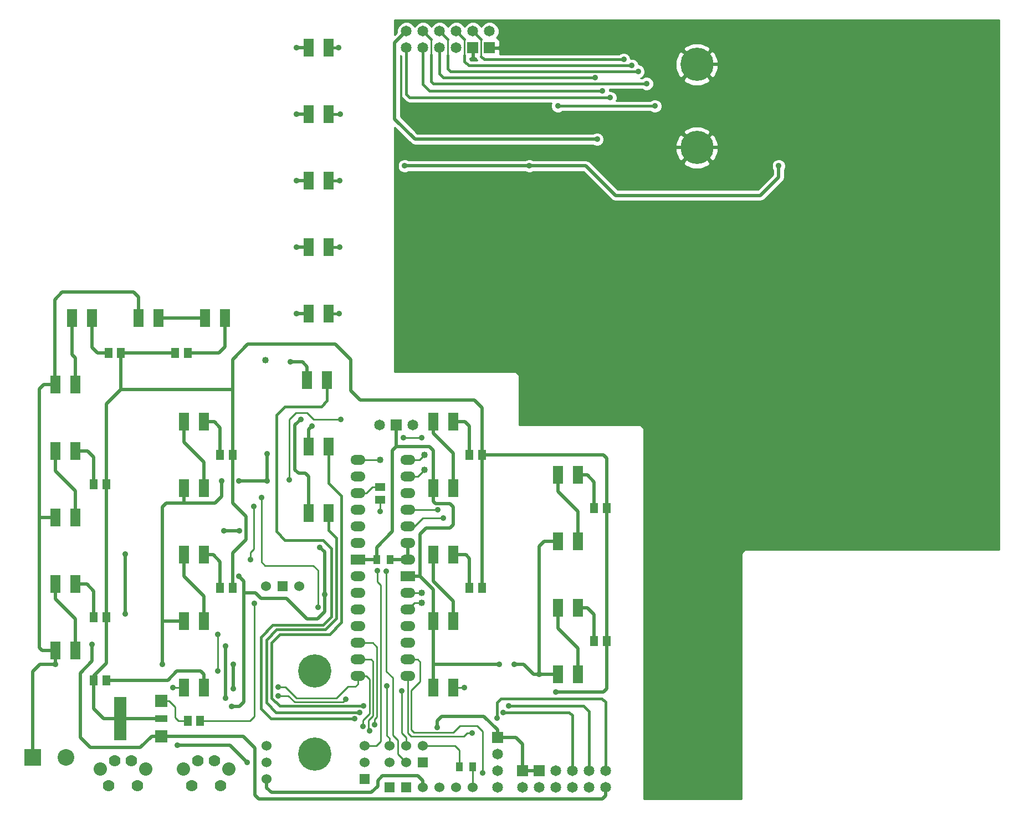
<source format=gtl>
G04 (created by PCBNEW-RS274X (2011-12-28 BZR 3254)-stable) date 7/17/2012 5:32:20 PM*
G01*
G70*
G90*
%MOIN*%
G04 Gerber Fmt 3.4, Leading zero omitted, Abs format*
%FSLAX34Y34*%
G04 APERTURE LIST*
%ADD10C,0.006000*%
%ADD11C,0.060000*%
%ADD12R,0.060000X0.060000*%
%ADD13C,0.200000*%
%ADD14R,0.051200X0.059000*%
%ADD15R,0.059000X0.051200*%
%ADD16C,0.065000*%
%ADD17R,0.065000X0.065000*%
%ADD18C,0.040000*%
%ADD19O,0.090000X0.060000*%
%ADD20R,0.090000X0.060000*%
%ADD21R,0.042000X0.056000*%
%ADD22C,0.070000*%
%ADD23C,0.080000*%
%ADD24R,0.060000X0.110000*%
%ADD25R,0.100000X0.100000*%
%ADD26C,0.100000*%
%ADD27R,0.074000X0.074000*%
%ADD28R,0.074000X0.044000*%
%ADD29R,0.074000X0.264000*%
%ADD30C,0.035000*%
%ADD31C,0.020000*%
%ADD32C,0.010000*%
%ADD33C,0.015000*%
G04 APERTURE END LIST*
G54D10*
G54D11*
X32590Y-46900D03*
X30590Y-46900D03*
G54D12*
X31590Y-46900D03*
G54D13*
X33500Y-57000D03*
X33500Y-52000D03*
G54D14*
X27825Y-39000D03*
X28575Y-39000D03*
X20975Y-52550D03*
X20225Y-52550D03*
X20225Y-40750D03*
X20975Y-40750D03*
X20225Y-48750D03*
X20975Y-48750D03*
X27825Y-47000D03*
X28575Y-47000D03*
X42825Y-39000D03*
X43575Y-39000D03*
X42825Y-47000D03*
X43575Y-47000D03*
X50325Y-42200D03*
X51075Y-42200D03*
X21100Y-32850D03*
X21850Y-32850D03*
X25875Y-32850D03*
X25125Y-32850D03*
X25875Y-55000D03*
X26625Y-55000D03*
G54D15*
X37440Y-41675D03*
X37440Y-40925D03*
G54D14*
X50325Y-50200D03*
X51075Y-50200D03*
G54D16*
X44500Y-59000D03*
G54D17*
X44500Y-56000D03*
G54D16*
X44500Y-57000D03*
X44500Y-58000D03*
G54D18*
X30560Y-33280D03*
X37450Y-39300D03*
X40100Y-39000D03*
X40100Y-39900D03*
G54D11*
X38000Y-56500D03*
X38000Y-57500D03*
X39000Y-56500D03*
X39000Y-57500D03*
X40000Y-56500D03*
G54D12*
X40000Y-57500D03*
X38000Y-59000D03*
X39000Y-59000D03*
G54D11*
X40000Y-59000D03*
X41000Y-59000D03*
X42000Y-59000D03*
X43000Y-59000D03*
G54D19*
X36100Y-51300D03*
X36100Y-50300D03*
X36100Y-49300D03*
X36100Y-48300D03*
X36100Y-47300D03*
X36100Y-46300D03*
G54D20*
X36100Y-45300D03*
G54D19*
X36100Y-44300D03*
X36100Y-43300D03*
X36100Y-42300D03*
X36100Y-41300D03*
X36100Y-40300D03*
X36100Y-39300D03*
X36100Y-52300D03*
X39100Y-39300D03*
X39100Y-40300D03*
X39100Y-41300D03*
X39100Y-42300D03*
X39100Y-43300D03*
X39100Y-44300D03*
X39100Y-45300D03*
G54D20*
X39100Y-46300D03*
G54D19*
X39100Y-47300D03*
X39100Y-48300D03*
X39100Y-49300D03*
X39100Y-50300D03*
X39100Y-51300D03*
X39100Y-52300D03*
G54D21*
X42200Y-57750D03*
X43000Y-57750D03*
X38040Y-45300D03*
X37240Y-45300D03*
G54D16*
X46000Y-59000D03*
X47000Y-59000D03*
X48000Y-59000D03*
X49000Y-59000D03*
X50000Y-59000D03*
X51000Y-59000D03*
G54D17*
X46000Y-58000D03*
X47000Y-58000D03*
G54D16*
X48000Y-58000D03*
X49000Y-58000D03*
X50000Y-58000D03*
X51000Y-58000D03*
G54D17*
X44025Y-14500D03*
X43025Y-14500D03*
G54D16*
X42025Y-14500D03*
X41025Y-14500D03*
X40025Y-14500D03*
X39025Y-14500D03*
X44025Y-13500D03*
X43025Y-13500D03*
X42025Y-13500D03*
X41025Y-13500D03*
X40025Y-13500D03*
X39025Y-13500D03*
G54D11*
X30625Y-56500D03*
X30625Y-57500D03*
X30625Y-58500D03*
X36500Y-56500D03*
X36500Y-57500D03*
G54D12*
X36500Y-58500D03*
G54D16*
X37400Y-37175D03*
G54D17*
X38400Y-37175D03*
G54D16*
X39400Y-37175D03*
G54D18*
X39960Y-47300D03*
X39960Y-47900D03*
G54D13*
X56500Y-20500D03*
X56500Y-15500D03*
G54D22*
X22855Y-58890D03*
X21105Y-58890D03*
G54D23*
X23355Y-57890D03*
X20605Y-57890D03*
G54D22*
X21480Y-57390D03*
X22480Y-57390D03*
X27855Y-58890D03*
X26105Y-58890D03*
G54D23*
X28355Y-57890D03*
X25605Y-57890D03*
G54D22*
X26480Y-57390D03*
X27480Y-57390D03*
G54D24*
X34360Y-42500D03*
X33160Y-42500D03*
X34360Y-38500D03*
X33160Y-38500D03*
X34250Y-34500D03*
X33050Y-34500D03*
X34350Y-30500D03*
X33150Y-30500D03*
X34350Y-26500D03*
X33150Y-26500D03*
X34350Y-22500D03*
X33150Y-22500D03*
X34350Y-18500D03*
X33150Y-18500D03*
X34350Y-14500D03*
X33150Y-14500D03*
X49350Y-52200D03*
X48150Y-52200D03*
X49350Y-48200D03*
X48150Y-48200D03*
X49350Y-44200D03*
X48150Y-44200D03*
X49350Y-40200D03*
X48150Y-40200D03*
X41850Y-49000D03*
X40650Y-49000D03*
X41850Y-45000D03*
X40650Y-45000D03*
X41850Y-41000D03*
X40650Y-41000D03*
X41850Y-37000D03*
X40650Y-37000D03*
X26850Y-49000D03*
X25650Y-49000D03*
X26850Y-45000D03*
X25650Y-45000D03*
X26850Y-41000D03*
X25650Y-41000D03*
X26850Y-37000D03*
X25650Y-37000D03*
X41850Y-53000D03*
X40650Y-53000D03*
X26850Y-53000D03*
X25650Y-53000D03*
X19100Y-50750D03*
X17900Y-50750D03*
X19100Y-46750D03*
X17900Y-46750D03*
X19100Y-42750D03*
X17900Y-42750D03*
X19100Y-38750D03*
X17900Y-38750D03*
X19100Y-34750D03*
X17900Y-34750D03*
X20100Y-30750D03*
X18900Y-30750D03*
X24100Y-30750D03*
X22900Y-30750D03*
X28100Y-30750D03*
X26900Y-30750D03*
G54D25*
X16550Y-57200D03*
G54D26*
X18550Y-57200D03*
G54D27*
X24270Y-55910D03*
G54D28*
X24270Y-54850D03*
G54D27*
X24270Y-53790D03*
G54D29*
X21830Y-54850D03*
G54D30*
X20120Y-50400D03*
X27690Y-49800D03*
X27690Y-51980D03*
X38860Y-37950D03*
X39940Y-37950D03*
X48000Y-53240D03*
X37860Y-52870D03*
X40920Y-42300D03*
X37830Y-45970D03*
X30300Y-41550D03*
X33700Y-48150D03*
X29660Y-45280D03*
X29850Y-42075D03*
X29880Y-47930D03*
X35075Y-36850D03*
X31975Y-40475D03*
X36400Y-55325D03*
X31325Y-52950D03*
X36825Y-55575D03*
X38760Y-53200D03*
X41250Y-42780D03*
X42970Y-55720D03*
X43600Y-58110D03*
X37125Y-55225D03*
X28150Y-50500D03*
X28150Y-53620D03*
X50500Y-20000D03*
X43025Y-20850D03*
X49350Y-20850D03*
X66620Y-20500D03*
X70520Y-20500D03*
X61425Y-21600D03*
X46425Y-21600D03*
X38925Y-21600D03*
X53480Y-16650D03*
X52970Y-15920D03*
X52590Y-15560D03*
X52100Y-15200D03*
X51275Y-17500D03*
X50825Y-17075D03*
X50380Y-16290D03*
X30650Y-40550D03*
X47000Y-52200D03*
X30650Y-38925D03*
X28600Y-51600D03*
X22100Y-44950D03*
X45525Y-51600D03*
X22100Y-48550D03*
X40880Y-55370D03*
X24350Y-51600D03*
X44625Y-51600D03*
X17900Y-51600D03*
X28600Y-53050D03*
X28960Y-40550D03*
X27900Y-40550D03*
X32675Y-36850D03*
X24975Y-53000D03*
X42525Y-53000D03*
X31325Y-53475D03*
X35375Y-53700D03*
X37440Y-42390D03*
X37280Y-45960D03*
X33350Y-37250D03*
X44860Y-54470D03*
X36200Y-54475D03*
X32400Y-18500D03*
X34960Y-14500D03*
X32400Y-14500D03*
X35040Y-18500D03*
X35000Y-22500D03*
X32400Y-22500D03*
X35020Y-26500D03*
X32400Y-26500D03*
X34980Y-30500D03*
X32400Y-30500D03*
X44470Y-54830D03*
X35900Y-54850D03*
X32060Y-33400D03*
X45170Y-54100D03*
X36450Y-54100D03*
X48150Y-18000D03*
X53975Y-18000D03*
X28975Y-43550D03*
X34100Y-47375D03*
X28528Y-54106D03*
X28960Y-46280D03*
X33825Y-44550D03*
X29450Y-57500D03*
X28050Y-43550D03*
X25260Y-56460D03*
G54D31*
X29910Y-59450D02*
X30135Y-59675D01*
X20120Y-51400D02*
X20120Y-50400D01*
X23700Y-55910D02*
X23010Y-56600D01*
X23010Y-56600D02*
X20020Y-56600D01*
X19400Y-52120D02*
X20120Y-51400D01*
X24270Y-55910D02*
X23700Y-55910D01*
X29910Y-56620D02*
X29910Y-59450D01*
X19400Y-55980D02*
X19400Y-52120D01*
X30135Y-59675D02*
X50800Y-59675D01*
X24270Y-55910D02*
X29200Y-55910D01*
X50800Y-59675D02*
X51000Y-59475D01*
X20020Y-56600D02*
X19400Y-55980D01*
X51000Y-59475D02*
X51000Y-59000D01*
X29200Y-55910D02*
X29910Y-56620D01*
G54D32*
X39960Y-47300D02*
X39100Y-47300D01*
X39500Y-47900D02*
X39100Y-48300D01*
X39960Y-47900D02*
X39500Y-47900D01*
X27690Y-51980D02*
X27690Y-49800D01*
X38860Y-37950D02*
X39940Y-37950D01*
G54D31*
X20975Y-40750D02*
X20975Y-35925D01*
X20975Y-48750D02*
X20975Y-51525D01*
X36250Y-35700D02*
X35675Y-35125D01*
X28575Y-44885D02*
X29380Y-44080D01*
X43575Y-39000D02*
X43575Y-36150D01*
X28575Y-47000D02*
X28575Y-44885D01*
X21830Y-54850D02*
X20825Y-54850D01*
X35675Y-35125D02*
X35675Y-33250D01*
X35675Y-33250D02*
X34750Y-32325D01*
X29380Y-42690D02*
X28575Y-41885D01*
X51075Y-39200D02*
X50875Y-39000D01*
X43575Y-36150D02*
X43125Y-35700D01*
X51075Y-42200D02*
X51075Y-50200D01*
X51075Y-50200D02*
X51075Y-53045D01*
X21850Y-32850D02*
X25125Y-32850D01*
X20975Y-35925D02*
X21850Y-35050D01*
X28575Y-35050D02*
X21850Y-35050D01*
X51075Y-42200D02*
X51075Y-39200D01*
X20975Y-51525D02*
X20225Y-52275D01*
X20225Y-52275D02*
X20225Y-52550D01*
X48000Y-53240D02*
X50880Y-53240D01*
X28575Y-33245D02*
X28575Y-35050D01*
X29380Y-44080D02*
X29380Y-42690D01*
X24270Y-54850D02*
X21830Y-54850D01*
X43575Y-39000D02*
X43575Y-47000D01*
X28575Y-41885D02*
X28575Y-39000D01*
X50875Y-39000D02*
X43575Y-39000D01*
X20825Y-54850D02*
X20225Y-54250D01*
X20975Y-48750D02*
X20975Y-40750D01*
X28575Y-35050D02*
X28575Y-39000D01*
X29495Y-32325D02*
X28575Y-33245D01*
X21850Y-32850D02*
X21850Y-35050D01*
X20225Y-54250D02*
X20225Y-52550D01*
X34750Y-32325D02*
X29495Y-32325D01*
X50880Y-53240D02*
X51075Y-53045D01*
X43125Y-35700D02*
X36250Y-35700D01*
G54D32*
X37860Y-55870D02*
X38000Y-56010D01*
X38000Y-56010D02*
X38000Y-56500D01*
X39100Y-42300D02*
X40920Y-42300D01*
X37860Y-52870D02*
X37860Y-55870D01*
X38200Y-52400D02*
X38200Y-55840D01*
X38500Y-57000D02*
X39000Y-57500D01*
X38200Y-55840D02*
X38500Y-56140D01*
X38500Y-56140D02*
X38500Y-57000D01*
X37830Y-45970D02*
X37830Y-52030D01*
X37830Y-52030D02*
X38200Y-52400D01*
X36100Y-39300D02*
X37450Y-39300D01*
X39100Y-39300D02*
X39800Y-39300D01*
X39800Y-39300D02*
X40100Y-39000D01*
X30300Y-41550D02*
X30300Y-45430D01*
X33700Y-45925D02*
X33425Y-45650D01*
X30300Y-45430D02*
X30520Y-45650D01*
X33700Y-48150D02*
X33700Y-45925D01*
X33425Y-45650D02*
X30520Y-45650D01*
X29850Y-42075D02*
X29850Y-44650D01*
X29660Y-44840D02*
X29850Y-44650D01*
X29660Y-45280D02*
X29660Y-44840D01*
X29880Y-54720D02*
X29600Y-55000D01*
X29880Y-47930D02*
X29880Y-54720D01*
X29600Y-55000D02*
X26625Y-55000D01*
X36975Y-40925D02*
X36600Y-41300D01*
X36600Y-41300D02*
X36100Y-41300D01*
X37440Y-40925D02*
X36975Y-40925D01*
X33050Y-36450D02*
X33450Y-36850D01*
X31975Y-40475D02*
X31975Y-36850D01*
X31975Y-36850D02*
X32375Y-36450D01*
X32375Y-36450D02*
X33050Y-36450D01*
X35075Y-36850D02*
X33450Y-36850D01*
X36400Y-55325D02*
X36400Y-54950D01*
X35525Y-52925D02*
X35950Y-52925D01*
X34825Y-53625D02*
X32425Y-53625D01*
X36625Y-52300D02*
X36100Y-52300D01*
X35950Y-52925D02*
X36100Y-52775D01*
X36800Y-52475D02*
X36625Y-52300D01*
X36400Y-54950D02*
X36800Y-54550D01*
X36800Y-54550D02*
X36800Y-52475D01*
X41950Y-56500D02*
X42200Y-56750D01*
X42200Y-56750D02*
X42200Y-57750D01*
X40000Y-56500D02*
X41950Y-56500D01*
X31325Y-52950D02*
X31750Y-52950D01*
X34825Y-53625D02*
X35525Y-52925D01*
X31750Y-52950D02*
X32425Y-53625D01*
X36100Y-52775D02*
X36100Y-52300D01*
X36750Y-54950D02*
X37025Y-54675D01*
X36750Y-55500D02*
X36750Y-54950D01*
X36750Y-55500D02*
X36825Y-55575D01*
X37025Y-51425D02*
X36900Y-51300D01*
X36900Y-51300D02*
X36100Y-51300D01*
X37025Y-54675D02*
X37025Y-51425D01*
X38760Y-55730D02*
X38760Y-53200D01*
X39000Y-56500D02*
X39000Y-55970D01*
X40030Y-42780D02*
X39510Y-43300D01*
X41250Y-42780D02*
X40030Y-42780D01*
X39000Y-55970D02*
X38760Y-55730D01*
X39510Y-43300D02*
X39100Y-43300D01*
X42480Y-55930D02*
X39310Y-55930D01*
X42690Y-55720D02*
X42480Y-55930D01*
X39310Y-55930D02*
X39100Y-55720D01*
X42970Y-55720D02*
X42690Y-55720D01*
X39100Y-55720D02*
X39100Y-52300D01*
X43600Y-55610D02*
X43280Y-55290D01*
X39860Y-52610D02*
X39860Y-51440D01*
X43600Y-58110D02*
X43600Y-55610D01*
X39720Y-51300D02*
X39100Y-51300D01*
X39860Y-51440D02*
X39720Y-51300D01*
X39320Y-53150D02*
X39860Y-52610D01*
X43280Y-55290D02*
X42260Y-55290D01*
X39320Y-55530D02*
X39320Y-53150D01*
X42260Y-55290D02*
X41850Y-55700D01*
X41850Y-55700D02*
X39490Y-55700D01*
X39490Y-55700D02*
X39320Y-55530D01*
X39700Y-40300D02*
X40100Y-39900D01*
X39100Y-40300D02*
X39700Y-40300D01*
X37250Y-50550D02*
X37000Y-50300D01*
X37125Y-55225D02*
X37125Y-54875D01*
X37250Y-54750D02*
X37250Y-50550D01*
X37000Y-50300D02*
X36100Y-50300D01*
X37125Y-54875D02*
X37250Y-54750D01*
G54D31*
X28150Y-53620D02*
X28150Y-50500D01*
X36920Y-59300D02*
X30920Y-59300D01*
X40000Y-58575D02*
X39725Y-58300D01*
X36920Y-59300D02*
X37300Y-58920D01*
X40000Y-59000D02*
X40000Y-58575D01*
X39725Y-58300D02*
X37575Y-58300D01*
X30920Y-59300D02*
X30625Y-59005D01*
X30625Y-59005D02*
X30625Y-58500D01*
X37575Y-58300D02*
X37300Y-58575D01*
X37300Y-58575D02*
X37300Y-58920D01*
X50500Y-20000D02*
X39550Y-20000D01*
X38325Y-14200D02*
X39025Y-13500D01*
X39550Y-20000D02*
X38325Y-18775D01*
X38325Y-18775D02*
X38325Y-14200D01*
X66620Y-15780D02*
X66340Y-15500D01*
X56500Y-20500D02*
X50800Y-20500D01*
X49350Y-20850D02*
X43025Y-20850D01*
X50450Y-20850D02*
X50800Y-20500D01*
X66340Y-15500D02*
X56500Y-15500D01*
X56500Y-20500D02*
X66620Y-20500D01*
X66620Y-20500D02*
X70520Y-20500D01*
X66620Y-20500D02*
X66620Y-15780D01*
X50450Y-20850D02*
X49350Y-20850D01*
X49825Y-21600D02*
X46425Y-21600D01*
X61425Y-22275D02*
X60325Y-23375D01*
X46425Y-21600D02*
X38925Y-21600D01*
X51600Y-23375D02*
X49825Y-21600D01*
X60325Y-23375D02*
X51600Y-23375D01*
X61425Y-21600D02*
X61425Y-22275D01*
G54D33*
X40650Y-16650D02*
X53480Y-16650D01*
G54D32*
X40525Y-14930D02*
X40525Y-14000D01*
G54D33*
X40525Y-14000D02*
X40025Y-13500D01*
X40650Y-16650D02*
X40525Y-16525D01*
X40525Y-16525D02*
X40525Y-14930D01*
X41525Y-14000D02*
X41025Y-13500D01*
G54D32*
X41525Y-14950D02*
X41525Y-14000D01*
G54D33*
X41525Y-15750D02*
X41525Y-14950D01*
X52970Y-15920D02*
X41695Y-15920D01*
X41695Y-15920D02*
X41525Y-15750D01*
G54D32*
X42525Y-14940D02*
X42525Y-14000D01*
G54D33*
X42770Y-15560D02*
X42525Y-15315D01*
X42525Y-15315D02*
X42525Y-14940D01*
X42525Y-14000D02*
X42025Y-13500D01*
X52590Y-15560D02*
X42770Y-15560D01*
G54D32*
X43525Y-15025D02*
X43525Y-14000D01*
G54D33*
X43525Y-14000D02*
X43025Y-13500D01*
X43700Y-15200D02*
X43525Y-15025D01*
X52100Y-15200D02*
X43700Y-15200D01*
X51275Y-17500D02*
X39225Y-17500D01*
X39025Y-17300D02*
X39025Y-14500D01*
X39225Y-17500D02*
X39025Y-17300D01*
X40400Y-17075D02*
X40025Y-16700D01*
X50825Y-17075D02*
X40400Y-17075D01*
X40025Y-16700D02*
X40025Y-14500D01*
X50380Y-16290D02*
X41265Y-16290D01*
X41025Y-16050D02*
X41025Y-14500D01*
X41265Y-16290D02*
X41025Y-16050D01*
G54D31*
X17125Y-50750D02*
X17900Y-50750D01*
X40650Y-49000D02*
X40650Y-51600D01*
X16550Y-52020D02*
X16970Y-51600D01*
X48150Y-52200D02*
X47000Y-52200D01*
X39860Y-46300D02*
X39100Y-46300D01*
X40650Y-41000D02*
X40650Y-41790D01*
X37240Y-45300D02*
X37240Y-44540D01*
X17900Y-50750D02*
X17900Y-51600D01*
X46670Y-52200D02*
X46070Y-51600D01*
X25650Y-41875D02*
X24585Y-41875D01*
X40230Y-43390D02*
X41650Y-43390D01*
X25650Y-49000D02*
X24350Y-49000D01*
X22900Y-29480D02*
X22900Y-30750D01*
X30650Y-40550D02*
X30650Y-38925D01*
X40650Y-51600D02*
X44625Y-51600D01*
X45775Y-51600D02*
X46070Y-51600D01*
X17890Y-34740D02*
X17890Y-29640D01*
X17890Y-29640D02*
X18330Y-29200D01*
X45625Y-56000D02*
X44500Y-56000D01*
X47300Y-44200D02*
X48150Y-44200D01*
X22620Y-29200D02*
X22900Y-29480D01*
X40650Y-51600D02*
X40650Y-53000D01*
X22100Y-48550D02*
X22100Y-44950D01*
X27900Y-40550D02*
X27900Y-41500D01*
X18330Y-29200D02*
X22620Y-29200D01*
X40650Y-49000D02*
X40650Y-47090D01*
X41160Y-54720D02*
X43690Y-54720D01*
X24350Y-49000D02*
X24350Y-51600D01*
X47000Y-58000D02*
X46000Y-58000D01*
X16950Y-42750D02*
X16950Y-50575D01*
X39860Y-43760D02*
X39860Y-46300D01*
X40650Y-41790D02*
X40770Y-41910D01*
X16950Y-35025D02*
X16950Y-42750D01*
X40880Y-55370D02*
X40880Y-55000D01*
X46670Y-52200D02*
X47000Y-52200D01*
X17890Y-34740D02*
X17900Y-34750D01*
X16950Y-50575D02*
X17125Y-50750D01*
X24350Y-49000D02*
X24350Y-42110D01*
X37240Y-44540D02*
X38190Y-43590D01*
X27525Y-41875D02*
X25650Y-41875D01*
X40880Y-55000D02*
X41160Y-54720D01*
X17900Y-34750D02*
X17225Y-34750D01*
X17900Y-42750D02*
X16950Y-42750D01*
X40650Y-47090D02*
X39860Y-46300D01*
X41860Y-43180D02*
X41860Y-42130D01*
X38400Y-37175D02*
X38400Y-38500D01*
X16970Y-51600D02*
X17900Y-51600D01*
X24585Y-41875D02*
X24350Y-42110D01*
X28600Y-53050D02*
X28600Y-51600D01*
X30650Y-40550D02*
X28960Y-40550D01*
X40420Y-38500D02*
X38400Y-38500D01*
X40650Y-38730D02*
X40420Y-38500D01*
X46000Y-56375D02*
X45625Y-56000D01*
X45775Y-51600D02*
X45525Y-51600D01*
X16550Y-57200D02*
X16550Y-52020D01*
X17225Y-34750D02*
X16950Y-35025D01*
X47000Y-52200D02*
X47000Y-44500D01*
X43690Y-54720D02*
X44500Y-55530D01*
X38190Y-38710D02*
X38400Y-38500D01*
X41640Y-41910D02*
X40770Y-41910D01*
X36100Y-45300D02*
X37240Y-45300D01*
X44500Y-55530D02*
X44500Y-56000D01*
X47000Y-44500D02*
X47300Y-44200D01*
X38190Y-43590D02*
X38190Y-38710D01*
X41650Y-43390D02*
X41860Y-43180D01*
X46000Y-58000D02*
X46000Y-56375D01*
X27900Y-41500D02*
X27525Y-41875D01*
X25650Y-41000D02*
X25650Y-41875D01*
X41860Y-42130D02*
X41640Y-41910D01*
X40650Y-41000D02*
X40650Y-38730D01*
X40230Y-43390D02*
X39860Y-43760D01*
X33160Y-42500D02*
X33160Y-40300D01*
X32325Y-39875D02*
X32325Y-37200D01*
X33160Y-40300D02*
X32960Y-40100D01*
X32960Y-40100D02*
X32550Y-40100D01*
X32325Y-37200D02*
X32675Y-36850D01*
X32550Y-40100D02*
X32325Y-39875D01*
X27475Y-37000D02*
X27825Y-37350D01*
X27825Y-37350D02*
X27825Y-39000D01*
X26850Y-37000D02*
X27475Y-37000D01*
X41850Y-45000D02*
X42620Y-45000D01*
X42825Y-45205D02*
X42825Y-47000D01*
X42620Y-45000D02*
X42825Y-45205D01*
X20975Y-52550D02*
X24670Y-52550D01*
X24670Y-52550D02*
X25220Y-52000D01*
X26850Y-53000D02*
X26850Y-52200D01*
X26650Y-52000D02*
X26850Y-52200D01*
X25220Y-52000D02*
X26650Y-52000D01*
G54D32*
X32300Y-53850D02*
X31925Y-53475D01*
X31925Y-53475D02*
X31325Y-53475D01*
X35225Y-53850D02*
X32300Y-53850D01*
X41850Y-53000D02*
X42525Y-53000D01*
X35375Y-53700D02*
X35225Y-53850D01*
X24975Y-53000D02*
X25650Y-53000D01*
G54D31*
X41850Y-47790D02*
X40650Y-46590D01*
X41850Y-49000D02*
X41850Y-47790D01*
X40650Y-46590D02*
X40650Y-45000D01*
X25650Y-37000D02*
X25650Y-38225D01*
X25650Y-38225D02*
X26850Y-39425D01*
X26850Y-39425D02*
X26850Y-41000D01*
X42560Y-37000D02*
X42825Y-37265D01*
X41850Y-37000D02*
X42560Y-37000D01*
X42825Y-37265D02*
X42825Y-39000D01*
X41850Y-38880D02*
X40650Y-37680D01*
X41850Y-41000D02*
X41850Y-38880D01*
X40650Y-37680D02*
X40650Y-37000D01*
X27825Y-45425D02*
X27825Y-47000D01*
X26850Y-45000D02*
X27400Y-45000D01*
X27400Y-45000D02*
X27825Y-45425D01*
X25650Y-46300D02*
X26850Y-47500D01*
X26850Y-47500D02*
X26850Y-49000D01*
X25650Y-45000D02*
X25650Y-46300D01*
G54D32*
X37200Y-56500D02*
X37475Y-56225D01*
X37440Y-42390D02*
X37440Y-41675D01*
X37280Y-46630D02*
X37280Y-45960D01*
X37475Y-46825D02*
X37280Y-46630D01*
X37475Y-56225D02*
X37475Y-46825D01*
X36500Y-56500D02*
X37200Y-56500D01*
G54D31*
X33160Y-37440D02*
X33350Y-37250D01*
X33160Y-38500D02*
X33160Y-37440D01*
X49925Y-48200D02*
X50325Y-48600D01*
X49350Y-48200D02*
X49925Y-48200D01*
X50325Y-48600D02*
X50325Y-50200D01*
X49350Y-50625D02*
X49350Y-52200D01*
X48150Y-48200D02*
X48150Y-49425D01*
X48150Y-49425D02*
X49350Y-50625D01*
X49350Y-40200D02*
X49900Y-40200D01*
X49900Y-40200D02*
X50325Y-40625D01*
X50325Y-40625D02*
X50325Y-42200D01*
X48150Y-40200D02*
X48150Y-41200D01*
X48150Y-41200D02*
X49350Y-42400D01*
X49350Y-42400D02*
X49350Y-44200D01*
G54D33*
X34360Y-42500D02*
X34360Y-43530D01*
X31175Y-54475D02*
X30600Y-53900D01*
X34825Y-43995D02*
X34825Y-48826D01*
X34151Y-49500D02*
X31221Y-49500D01*
X36200Y-54475D02*
X31175Y-54475D01*
X44860Y-54470D02*
X48810Y-54470D01*
X30600Y-50121D02*
X30600Y-53900D01*
X31221Y-49500D02*
X30600Y-50121D01*
X48810Y-54470D02*
X49000Y-54660D01*
X49000Y-54660D02*
X49000Y-58000D01*
X34825Y-48826D02*
X34151Y-49500D01*
X34360Y-43530D02*
X34825Y-43995D01*
G54D31*
X33150Y-18500D02*
X32400Y-18500D01*
G54D33*
X34960Y-14500D02*
X34350Y-14500D01*
G54D31*
X33150Y-14500D02*
X32400Y-14500D01*
G54D33*
X35040Y-18500D02*
X34350Y-18500D01*
X35000Y-22500D02*
X34350Y-22500D01*
G54D31*
X33150Y-22500D02*
X32400Y-22500D01*
G54D33*
X35020Y-26500D02*
X34350Y-26500D01*
G54D31*
X33150Y-26500D02*
X32400Y-26500D01*
G54D33*
X34980Y-30500D02*
X34350Y-30500D01*
G54D31*
X33150Y-30500D02*
X32400Y-30500D01*
G54D33*
X44470Y-53890D02*
X44720Y-53640D01*
X30875Y-54850D02*
X30275Y-54250D01*
X30275Y-54250D02*
X30275Y-49935D01*
X44470Y-54830D02*
X44470Y-53890D01*
X34250Y-35725D02*
X33900Y-36075D01*
X35900Y-54850D02*
X30875Y-54850D01*
X50780Y-53640D02*
X51000Y-53860D01*
X31200Y-36600D02*
X31725Y-36075D01*
X34250Y-34500D02*
X34250Y-35725D01*
X44720Y-53640D02*
X50780Y-53640D01*
X31725Y-44125D02*
X34025Y-44125D01*
X34525Y-48705D02*
X34010Y-49220D01*
X31725Y-36075D02*
X33900Y-36075D01*
X31725Y-44125D02*
X31200Y-43600D01*
X51000Y-53860D02*
X51000Y-58000D01*
X34010Y-49220D02*
X30990Y-49220D01*
X31200Y-43600D02*
X31200Y-36600D01*
X34525Y-44625D02*
X34025Y-44125D01*
X34525Y-44625D02*
X34525Y-48705D01*
X30990Y-49220D02*
X30275Y-49935D01*
G54D31*
X32780Y-33400D02*
X32060Y-33400D01*
X33050Y-34500D02*
X33050Y-33670D01*
X33050Y-33670D02*
X32780Y-33400D01*
G54D33*
X36450Y-54100D02*
X31400Y-54100D01*
X35120Y-41440D02*
X35120Y-49055D01*
X35120Y-41440D02*
X34360Y-40680D01*
X50000Y-54420D02*
X50000Y-58000D01*
X34400Y-49775D02*
X31426Y-49775D01*
X45170Y-54100D02*
X49680Y-54100D01*
X30925Y-50276D02*
X30925Y-53625D01*
X31400Y-54100D02*
X30925Y-53625D01*
X31426Y-49775D02*
X30925Y-50276D01*
X35120Y-49055D02*
X34400Y-49775D01*
X34360Y-40680D02*
X34360Y-38500D01*
X49680Y-54100D02*
X50000Y-54420D01*
G54D31*
X20225Y-39125D02*
X20225Y-40750D01*
X19100Y-38750D02*
X19850Y-38750D01*
X19850Y-38750D02*
X20225Y-39125D01*
G54D32*
X43000Y-57750D02*
X43000Y-59000D01*
G54D31*
X17900Y-39950D02*
X19100Y-41150D01*
X17900Y-38750D02*
X17900Y-39950D01*
X19100Y-41150D02*
X19100Y-42750D01*
X19800Y-46750D02*
X20225Y-47175D01*
X20225Y-47175D02*
X20225Y-48750D01*
X19100Y-46750D02*
X19800Y-46750D01*
X19100Y-48850D02*
X19100Y-50750D01*
X17900Y-47650D02*
X19100Y-48850D01*
X17900Y-46750D02*
X17900Y-47650D01*
X20440Y-32850D02*
X21100Y-32850D01*
X20100Y-30750D02*
X20100Y-32510D01*
X20100Y-32510D02*
X20440Y-32850D01*
X19100Y-33150D02*
X18900Y-32950D01*
X19100Y-34750D02*
X19100Y-33150D01*
X18900Y-30750D02*
X18900Y-32950D01*
X28100Y-30750D02*
X28100Y-32500D01*
X28100Y-32500D02*
X27750Y-32850D01*
X27750Y-32850D02*
X25875Y-32850D01*
X26900Y-30750D02*
X24100Y-30750D01*
G54D32*
X24765Y-53790D02*
X25125Y-54150D01*
X25325Y-55000D02*
X25875Y-55000D01*
X24270Y-53790D02*
X24765Y-53790D01*
X25125Y-54150D02*
X25125Y-54800D01*
X25125Y-54800D02*
X25325Y-55000D01*
G54D33*
X48550Y-18000D02*
X48150Y-18000D01*
X53975Y-18000D02*
X48550Y-18000D01*
G54D31*
X29250Y-46570D02*
X28960Y-46280D01*
X39100Y-44300D02*
X39100Y-45300D01*
X34100Y-48410D02*
X33670Y-48840D01*
X29250Y-53850D02*
X29250Y-47290D01*
X28975Y-43550D02*
X28050Y-43550D01*
X34100Y-47375D02*
X34100Y-44825D01*
X33670Y-48840D02*
X33060Y-48840D01*
X29250Y-47290D02*
X29250Y-46570D01*
X38040Y-45300D02*
X39100Y-45300D01*
X31830Y-47610D02*
X30270Y-47610D01*
X33060Y-48840D02*
X31830Y-47610D01*
X34100Y-44825D02*
X33825Y-44550D01*
X29950Y-47290D02*
X29250Y-47290D01*
X29450Y-57500D02*
X28410Y-56460D01*
X28410Y-56460D02*
X25260Y-56460D01*
X30270Y-47610D02*
X29950Y-47290D01*
X28994Y-54106D02*
X28528Y-54106D01*
X34100Y-47375D02*
X34100Y-48410D01*
X29250Y-53850D02*
X28994Y-54106D01*
G54D10*
G36*
X43281Y-15235D02*
X42904Y-15235D01*
X42850Y-15180D01*
X42850Y-15124D01*
X42895Y-15125D01*
X42970Y-15050D01*
X42970Y-14605D01*
X42970Y-14555D01*
X42970Y-14445D01*
X43080Y-14445D01*
X43080Y-14555D01*
X43080Y-14605D01*
X43080Y-15050D01*
X43155Y-15125D01*
X43220Y-15124D01*
X43225Y-15149D01*
X43281Y-15235D01*
X43281Y-15235D01*
G37*
G54D32*
X43281Y-15235D02*
X42904Y-15235D01*
X42850Y-15180D01*
X42850Y-15124D01*
X42895Y-15125D01*
X42970Y-15050D01*
X42970Y-14605D01*
X42970Y-14555D01*
X42970Y-14445D01*
X43080Y-14445D01*
X43080Y-14555D01*
X43080Y-14605D01*
X43080Y-15050D01*
X43155Y-15125D01*
X43220Y-15124D01*
X43225Y-15149D01*
X43281Y-15235D01*
G54D10*
G36*
X74675Y-44675D02*
X61850Y-44675D01*
X61850Y-21685D01*
X61850Y-21516D01*
X61786Y-21360D01*
X61666Y-21240D01*
X61510Y-21175D01*
X61341Y-21175D01*
X61185Y-21239D01*
X61065Y-21359D01*
X61000Y-21515D01*
X61000Y-21684D01*
X61064Y-21840D01*
X61075Y-21851D01*
X61075Y-22130D01*
X60180Y-23025D01*
X57775Y-23025D01*
X57775Y-20750D01*
X57775Y-15750D01*
X57773Y-15243D01*
X57582Y-14782D01*
X57404Y-14674D01*
X57326Y-14752D01*
X57326Y-14596D01*
X57218Y-14418D01*
X56750Y-14225D01*
X56243Y-14227D01*
X55782Y-14418D01*
X55674Y-14596D01*
X56500Y-15422D01*
X57326Y-14596D01*
X57326Y-14752D01*
X56578Y-15500D01*
X57404Y-16326D01*
X57582Y-16218D01*
X57775Y-15750D01*
X57775Y-20750D01*
X57773Y-20243D01*
X57582Y-19782D01*
X57404Y-19674D01*
X57326Y-19752D01*
X57326Y-19596D01*
X57326Y-16404D01*
X56500Y-15578D01*
X56422Y-15656D01*
X56422Y-15500D01*
X55596Y-14674D01*
X55418Y-14782D01*
X55225Y-15250D01*
X55227Y-15757D01*
X55418Y-16218D01*
X55596Y-16326D01*
X56422Y-15500D01*
X56422Y-15656D01*
X55674Y-16404D01*
X55782Y-16582D01*
X56250Y-16775D01*
X56757Y-16773D01*
X57218Y-16582D01*
X57326Y-16404D01*
X57326Y-19596D01*
X57218Y-19418D01*
X56750Y-19225D01*
X56243Y-19227D01*
X55782Y-19418D01*
X55674Y-19596D01*
X56500Y-20422D01*
X57326Y-19596D01*
X57326Y-19752D01*
X56578Y-20500D01*
X57404Y-21326D01*
X57582Y-21218D01*
X57775Y-20750D01*
X57775Y-23025D01*
X57326Y-23025D01*
X57326Y-21404D01*
X56500Y-20578D01*
X56422Y-20656D01*
X56422Y-20500D01*
X55596Y-19674D01*
X55418Y-19782D01*
X55225Y-20250D01*
X55227Y-20757D01*
X55418Y-21218D01*
X55596Y-21326D01*
X56422Y-20500D01*
X56422Y-20656D01*
X55674Y-21404D01*
X55782Y-21582D01*
X56250Y-21775D01*
X56757Y-21773D01*
X57218Y-21582D01*
X57326Y-21404D01*
X57326Y-23025D01*
X51744Y-23025D01*
X50072Y-21353D01*
X49959Y-21277D01*
X49825Y-21250D01*
X46676Y-21250D01*
X46666Y-21240D01*
X46510Y-21175D01*
X46341Y-21175D01*
X46185Y-21239D01*
X46174Y-21250D01*
X39176Y-21250D01*
X39166Y-21240D01*
X39010Y-21175D01*
X38841Y-21175D01*
X38685Y-21239D01*
X38565Y-21359D01*
X38500Y-21515D01*
X38500Y-21684D01*
X38564Y-21840D01*
X38684Y-21960D01*
X38840Y-22025D01*
X39009Y-22025D01*
X39165Y-21961D01*
X39176Y-21950D01*
X46174Y-21950D01*
X46184Y-21960D01*
X46340Y-22025D01*
X46509Y-22025D01*
X46665Y-21961D01*
X46676Y-21950D01*
X49680Y-21950D01*
X51352Y-23622D01*
X51353Y-23622D01*
X51466Y-23698D01*
X51600Y-23725D01*
X60325Y-23725D01*
X60325Y-23724D01*
X60459Y-23698D01*
X60572Y-23622D01*
X61672Y-22523D01*
X61672Y-22522D01*
X61748Y-22409D01*
X61774Y-22275D01*
X61775Y-22275D01*
X61775Y-21851D01*
X61785Y-21841D01*
X61850Y-21685D01*
X61850Y-44675D01*
X59500Y-44675D01*
X59376Y-44700D01*
X59270Y-44770D01*
X59200Y-44876D01*
X59175Y-45000D01*
X59175Y-59675D01*
X53325Y-59675D01*
X53325Y-37500D01*
X53300Y-37376D01*
X53230Y-37270D01*
X53124Y-37200D01*
X53000Y-37175D01*
X45825Y-37175D01*
X45825Y-34300D01*
X45800Y-34176D01*
X45730Y-34070D01*
X45624Y-34000D01*
X45500Y-33975D01*
X38325Y-33975D01*
X38325Y-19269D01*
X39302Y-20247D01*
X39303Y-20247D01*
X39416Y-20323D01*
X39550Y-20350D01*
X50249Y-20350D01*
X50259Y-20360D01*
X50415Y-20425D01*
X50584Y-20425D01*
X50740Y-20361D01*
X50860Y-20241D01*
X50925Y-20085D01*
X50925Y-19916D01*
X50861Y-19760D01*
X50741Y-19640D01*
X50585Y-19575D01*
X50416Y-19575D01*
X50260Y-19639D01*
X50249Y-19650D01*
X39694Y-19650D01*
X38675Y-18630D01*
X38675Y-14963D01*
X38699Y-14987D01*
X38700Y-14987D01*
X38700Y-17300D01*
X38725Y-17424D01*
X38795Y-17530D01*
X38993Y-17727D01*
X38995Y-17730D01*
X39100Y-17799D01*
X39101Y-17800D01*
X39199Y-17819D01*
X39224Y-17825D01*
X39224Y-17824D01*
X39225Y-17825D01*
X47762Y-17825D01*
X47725Y-17915D01*
X47725Y-18084D01*
X47789Y-18240D01*
X47909Y-18360D01*
X48065Y-18425D01*
X48234Y-18425D01*
X48390Y-18361D01*
X48426Y-18325D01*
X48550Y-18325D01*
X53699Y-18325D01*
X53734Y-18360D01*
X53890Y-18425D01*
X54059Y-18425D01*
X54215Y-18361D01*
X54335Y-18241D01*
X54400Y-18085D01*
X54400Y-17916D01*
X54336Y-17760D01*
X54216Y-17640D01*
X54060Y-17575D01*
X53891Y-17575D01*
X53735Y-17639D01*
X53699Y-17675D01*
X51662Y-17675D01*
X51700Y-17585D01*
X51700Y-17416D01*
X51636Y-17260D01*
X51516Y-17140D01*
X51360Y-17075D01*
X51250Y-17075D01*
X51250Y-16991D01*
X51243Y-16975D01*
X53204Y-16975D01*
X53239Y-17010D01*
X53395Y-17075D01*
X53564Y-17075D01*
X53720Y-17011D01*
X53840Y-16891D01*
X53905Y-16735D01*
X53905Y-16566D01*
X53841Y-16410D01*
X53721Y-16290D01*
X53565Y-16225D01*
X53396Y-16225D01*
X53240Y-16289D01*
X53204Y-16325D01*
X53102Y-16325D01*
X53210Y-16281D01*
X53330Y-16161D01*
X53395Y-16005D01*
X53395Y-15836D01*
X53331Y-15680D01*
X53211Y-15560D01*
X53055Y-15495D01*
X53015Y-15495D01*
X53015Y-15476D01*
X52951Y-15320D01*
X52831Y-15200D01*
X52675Y-15135D01*
X52525Y-15135D01*
X52525Y-15116D01*
X52461Y-14960D01*
X52341Y-14840D01*
X52185Y-14775D01*
X52016Y-14775D01*
X51860Y-14839D01*
X51824Y-14875D01*
X44649Y-14875D01*
X44649Y-14766D01*
X44650Y-14630D01*
X44575Y-14555D01*
X44130Y-14555D01*
X44080Y-14555D01*
X43970Y-14555D01*
X43970Y-14445D01*
X44080Y-14445D01*
X44130Y-14445D01*
X44575Y-14445D01*
X44650Y-14370D01*
X44649Y-14234D01*
X44649Y-14115D01*
X44603Y-14005D01*
X44519Y-13921D01*
X44446Y-13891D01*
X44512Y-13826D01*
X44600Y-13615D01*
X44600Y-13386D01*
X44513Y-13175D01*
X44351Y-13013D01*
X44140Y-12925D01*
X43911Y-12925D01*
X43700Y-13012D01*
X43538Y-13174D01*
X43525Y-13204D01*
X43513Y-13175D01*
X43351Y-13013D01*
X43140Y-12925D01*
X42911Y-12925D01*
X42700Y-13012D01*
X42538Y-13174D01*
X42525Y-13204D01*
X42513Y-13175D01*
X42351Y-13013D01*
X42140Y-12925D01*
X41911Y-12925D01*
X41700Y-13012D01*
X41538Y-13174D01*
X41525Y-13204D01*
X41513Y-13175D01*
X41351Y-13013D01*
X41140Y-12925D01*
X40911Y-12925D01*
X40700Y-13012D01*
X40538Y-13174D01*
X40525Y-13204D01*
X40513Y-13175D01*
X40351Y-13013D01*
X40140Y-12925D01*
X39911Y-12925D01*
X39700Y-13012D01*
X39538Y-13174D01*
X39525Y-13204D01*
X39513Y-13175D01*
X39351Y-13013D01*
X39140Y-12925D01*
X38911Y-12925D01*
X38700Y-13012D01*
X38538Y-13174D01*
X38450Y-13385D01*
X38450Y-13580D01*
X38325Y-13705D01*
X38325Y-12825D01*
X74675Y-12825D01*
X74675Y-44675D01*
X74675Y-44675D01*
G37*
G54D32*
X74675Y-44675D02*
X61850Y-44675D01*
X61850Y-21685D01*
X61850Y-21516D01*
X61786Y-21360D01*
X61666Y-21240D01*
X61510Y-21175D01*
X61341Y-21175D01*
X61185Y-21239D01*
X61065Y-21359D01*
X61000Y-21515D01*
X61000Y-21684D01*
X61064Y-21840D01*
X61075Y-21851D01*
X61075Y-22130D01*
X60180Y-23025D01*
X57775Y-23025D01*
X57775Y-20750D01*
X57775Y-15750D01*
X57773Y-15243D01*
X57582Y-14782D01*
X57404Y-14674D01*
X57326Y-14752D01*
X57326Y-14596D01*
X57218Y-14418D01*
X56750Y-14225D01*
X56243Y-14227D01*
X55782Y-14418D01*
X55674Y-14596D01*
X56500Y-15422D01*
X57326Y-14596D01*
X57326Y-14752D01*
X56578Y-15500D01*
X57404Y-16326D01*
X57582Y-16218D01*
X57775Y-15750D01*
X57775Y-20750D01*
X57773Y-20243D01*
X57582Y-19782D01*
X57404Y-19674D01*
X57326Y-19752D01*
X57326Y-19596D01*
X57326Y-16404D01*
X56500Y-15578D01*
X56422Y-15656D01*
X56422Y-15500D01*
X55596Y-14674D01*
X55418Y-14782D01*
X55225Y-15250D01*
X55227Y-15757D01*
X55418Y-16218D01*
X55596Y-16326D01*
X56422Y-15500D01*
X56422Y-15656D01*
X55674Y-16404D01*
X55782Y-16582D01*
X56250Y-16775D01*
X56757Y-16773D01*
X57218Y-16582D01*
X57326Y-16404D01*
X57326Y-19596D01*
X57218Y-19418D01*
X56750Y-19225D01*
X56243Y-19227D01*
X55782Y-19418D01*
X55674Y-19596D01*
X56500Y-20422D01*
X57326Y-19596D01*
X57326Y-19752D01*
X56578Y-20500D01*
X57404Y-21326D01*
X57582Y-21218D01*
X57775Y-20750D01*
X57775Y-23025D01*
X57326Y-23025D01*
X57326Y-21404D01*
X56500Y-20578D01*
X56422Y-20656D01*
X56422Y-20500D01*
X55596Y-19674D01*
X55418Y-19782D01*
X55225Y-20250D01*
X55227Y-20757D01*
X55418Y-21218D01*
X55596Y-21326D01*
X56422Y-20500D01*
X56422Y-20656D01*
X55674Y-21404D01*
X55782Y-21582D01*
X56250Y-21775D01*
X56757Y-21773D01*
X57218Y-21582D01*
X57326Y-21404D01*
X57326Y-23025D01*
X51744Y-23025D01*
X50072Y-21353D01*
X49959Y-21277D01*
X49825Y-21250D01*
X46676Y-21250D01*
X46666Y-21240D01*
X46510Y-21175D01*
X46341Y-21175D01*
X46185Y-21239D01*
X46174Y-21250D01*
X39176Y-21250D01*
X39166Y-21240D01*
X39010Y-21175D01*
X38841Y-21175D01*
X38685Y-21239D01*
X38565Y-21359D01*
X38500Y-21515D01*
X38500Y-21684D01*
X38564Y-21840D01*
X38684Y-21960D01*
X38840Y-22025D01*
X39009Y-22025D01*
X39165Y-21961D01*
X39176Y-21950D01*
X46174Y-21950D01*
X46184Y-21960D01*
X46340Y-22025D01*
X46509Y-22025D01*
X46665Y-21961D01*
X46676Y-21950D01*
X49680Y-21950D01*
X51352Y-23622D01*
X51353Y-23622D01*
X51466Y-23698D01*
X51600Y-23725D01*
X60325Y-23725D01*
X60325Y-23724D01*
X60459Y-23698D01*
X60572Y-23622D01*
X61672Y-22523D01*
X61672Y-22522D01*
X61748Y-22409D01*
X61774Y-22275D01*
X61775Y-22275D01*
X61775Y-21851D01*
X61785Y-21841D01*
X61850Y-21685D01*
X61850Y-44675D01*
X59500Y-44675D01*
X59376Y-44700D01*
X59270Y-44770D01*
X59200Y-44876D01*
X59175Y-45000D01*
X59175Y-59675D01*
X53325Y-59675D01*
X53325Y-37500D01*
X53300Y-37376D01*
X53230Y-37270D01*
X53124Y-37200D01*
X53000Y-37175D01*
X45825Y-37175D01*
X45825Y-34300D01*
X45800Y-34176D01*
X45730Y-34070D01*
X45624Y-34000D01*
X45500Y-33975D01*
X38325Y-33975D01*
X38325Y-19269D01*
X39302Y-20247D01*
X39303Y-20247D01*
X39416Y-20323D01*
X39550Y-20350D01*
X50249Y-20350D01*
X50259Y-20360D01*
X50415Y-20425D01*
X50584Y-20425D01*
X50740Y-20361D01*
X50860Y-20241D01*
X50925Y-20085D01*
X50925Y-19916D01*
X50861Y-19760D01*
X50741Y-19640D01*
X50585Y-19575D01*
X50416Y-19575D01*
X50260Y-19639D01*
X50249Y-19650D01*
X39694Y-19650D01*
X38675Y-18630D01*
X38675Y-14963D01*
X38699Y-14987D01*
X38700Y-14987D01*
X38700Y-17300D01*
X38725Y-17424D01*
X38795Y-17530D01*
X38993Y-17727D01*
X38995Y-17730D01*
X39100Y-17799D01*
X39101Y-17800D01*
X39199Y-17819D01*
X39224Y-17825D01*
X39224Y-17824D01*
X39225Y-17825D01*
X47762Y-17825D01*
X47725Y-17915D01*
X47725Y-18084D01*
X47789Y-18240D01*
X47909Y-18360D01*
X48065Y-18425D01*
X48234Y-18425D01*
X48390Y-18361D01*
X48426Y-18325D01*
X48550Y-18325D01*
X53699Y-18325D01*
X53734Y-18360D01*
X53890Y-18425D01*
X54059Y-18425D01*
X54215Y-18361D01*
X54335Y-18241D01*
X54400Y-18085D01*
X54400Y-17916D01*
X54336Y-17760D01*
X54216Y-17640D01*
X54060Y-17575D01*
X53891Y-17575D01*
X53735Y-17639D01*
X53699Y-17675D01*
X51662Y-17675D01*
X51700Y-17585D01*
X51700Y-17416D01*
X51636Y-17260D01*
X51516Y-17140D01*
X51360Y-17075D01*
X51250Y-17075D01*
X51250Y-16991D01*
X51243Y-16975D01*
X53204Y-16975D01*
X53239Y-17010D01*
X53395Y-17075D01*
X53564Y-17075D01*
X53720Y-17011D01*
X53840Y-16891D01*
X53905Y-16735D01*
X53905Y-16566D01*
X53841Y-16410D01*
X53721Y-16290D01*
X53565Y-16225D01*
X53396Y-16225D01*
X53240Y-16289D01*
X53204Y-16325D01*
X53102Y-16325D01*
X53210Y-16281D01*
X53330Y-16161D01*
X53395Y-16005D01*
X53395Y-15836D01*
X53331Y-15680D01*
X53211Y-15560D01*
X53055Y-15495D01*
X53015Y-15495D01*
X53015Y-15476D01*
X52951Y-15320D01*
X52831Y-15200D01*
X52675Y-15135D01*
X52525Y-15135D01*
X52525Y-15116D01*
X52461Y-14960D01*
X52341Y-14840D01*
X52185Y-14775D01*
X52016Y-14775D01*
X51860Y-14839D01*
X51824Y-14875D01*
X44649Y-14875D01*
X44649Y-14766D01*
X44650Y-14630D01*
X44575Y-14555D01*
X44130Y-14555D01*
X44080Y-14555D01*
X43970Y-14555D01*
X43970Y-14445D01*
X44080Y-14445D01*
X44130Y-14445D01*
X44575Y-14445D01*
X44650Y-14370D01*
X44649Y-14234D01*
X44649Y-14115D01*
X44603Y-14005D01*
X44519Y-13921D01*
X44446Y-13891D01*
X44512Y-13826D01*
X44600Y-13615D01*
X44600Y-13386D01*
X44513Y-13175D01*
X44351Y-13013D01*
X44140Y-12925D01*
X43911Y-12925D01*
X43700Y-13012D01*
X43538Y-13174D01*
X43525Y-13204D01*
X43513Y-13175D01*
X43351Y-13013D01*
X43140Y-12925D01*
X42911Y-12925D01*
X42700Y-13012D01*
X42538Y-13174D01*
X42525Y-13204D01*
X42513Y-13175D01*
X42351Y-13013D01*
X42140Y-12925D01*
X41911Y-12925D01*
X41700Y-13012D01*
X41538Y-13174D01*
X41525Y-13204D01*
X41513Y-13175D01*
X41351Y-13013D01*
X41140Y-12925D01*
X40911Y-12925D01*
X40700Y-13012D01*
X40538Y-13174D01*
X40525Y-13204D01*
X40513Y-13175D01*
X40351Y-13013D01*
X40140Y-12925D01*
X39911Y-12925D01*
X39700Y-13012D01*
X39538Y-13174D01*
X39525Y-13204D01*
X39513Y-13175D01*
X39351Y-13013D01*
X39140Y-12925D01*
X38911Y-12925D01*
X38700Y-13012D01*
X38538Y-13174D01*
X38450Y-13385D01*
X38450Y-13580D01*
X38325Y-13705D01*
X38325Y-12825D01*
X74675Y-12825D01*
X74675Y-44675D01*
M02*

</source>
